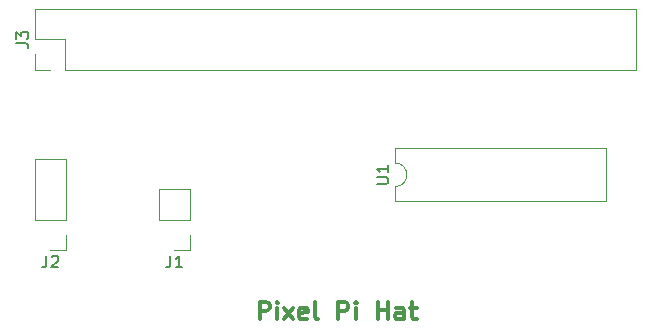
<source format=gbr>
%TF.GenerationSoftware,KiCad,Pcbnew,(5.1.8)-1*%
%TF.CreationDate,2021-09-28T21:47:29+01:00*%
%TF.ProjectId,pixel_pi_hat,70697865-6c5f-4706-995f-6861742e6b69,rev?*%
%TF.SameCoordinates,Original*%
%TF.FileFunction,Legend,Top*%
%TF.FilePolarity,Positive*%
%FSLAX46Y46*%
G04 Gerber Fmt 4.6, Leading zero omitted, Abs format (unit mm)*
G04 Created by KiCad (PCBNEW (5.1.8)-1) date 2021-09-28 21:47:29*
%MOMM*%
%LPD*%
G01*
G04 APERTURE LIST*
%ADD10C,0.300000*%
%ADD11C,0.120000*%
%ADD12C,0.150000*%
G04 APERTURE END LIST*
D10*
X75964285Y-62678571D02*
X75964285Y-61178571D01*
X76535714Y-61178571D01*
X76678571Y-61250000D01*
X76750000Y-61321428D01*
X76821428Y-61464285D01*
X76821428Y-61678571D01*
X76750000Y-61821428D01*
X76678571Y-61892857D01*
X76535714Y-61964285D01*
X75964285Y-61964285D01*
X77464285Y-62678571D02*
X77464285Y-61678571D01*
X77464285Y-61178571D02*
X77392857Y-61250000D01*
X77464285Y-61321428D01*
X77535714Y-61250000D01*
X77464285Y-61178571D01*
X77464285Y-61321428D01*
X78035714Y-62678571D02*
X78821428Y-61678571D01*
X78035714Y-61678571D02*
X78821428Y-62678571D01*
X79964285Y-62607142D02*
X79821428Y-62678571D01*
X79535714Y-62678571D01*
X79392857Y-62607142D01*
X79321428Y-62464285D01*
X79321428Y-61892857D01*
X79392857Y-61750000D01*
X79535714Y-61678571D01*
X79821428Y-61678571D01*
X79964285Y-61750000D01*
X80035714Y-61892857D01*
X80035714Y-62035714D01*
X79321428Y-62178571D01*
X80892857Y-62678571D02*
X80750000Y-62607142D01*
X80678571Y-62464285D01*
X80678571Y-61178571D01*
X82607142Y-62678571D02*
X82607142Y-61178571D01*
X83178571Y-61178571D01*
X83321428Y-61250000D01*
X83392857Y-61321428D01*
X83464285Y-61464285D01*
X83464285Y-61678571D01*
X83392857Y-61821428D01*
X83321428Y-61892857D01*
X83178571Y-61964285D01*
X82607142Y-61964285D01*
X84107142Y-62678571D02*
X84107142Y-61678571D01*
X84107142Y-61178571D02*
X84035714Y-61250000D01*
X84107142Y-61321428D01*
X84178571Y-61250000D01*
X84107142Y-61178571D01*
X84107142Y-61321428D01*
X85964285Y-62678571D02*
X85964285Y-61178571D01*
X85964285Y-61892857D02*
X86821428Y-61892857D01*
X86821428Y-62678571D02*
X86821428Y-61178571D01*
X88178571Y-62678571D02*
X88178571Y-61892857D01*
X88107142Y-61750000D01*
X87964285Y-61678571D01*
X87678571Y-61678571D01*
X87535714Y-61750000D01*
X88178571Y-62607142D02*
X88035714Y-62678571D01*
X87678571Y-62678571D01*
X87535714Y-62607142D01*
X87464285Y-62464285D01*
X87464285Y-62321428D01*
X87535714Y-62178571D01*
X87678571Y-62107142D01*
X88035714Y-62107142D01*
X88178571Y-62035714D01*
X88678571Y-61678571D02*
X89250000Y-61678571D01*
X88892857Y-61178571D02*
X88892857Y-62464285D01*
X88964285Y-62607142D01*
X89107142Y-62678571D01*
X89250000Y-62678571D01*
D11*
%TO.C,U1*%
X87420000Y-51440000D02*
X87420000Y-52690000D01*
X87420000Y-52690000D02*
X105320000Y-52690000D01*
X105320000Y-52690000D02*
X105320000Y-48190000D01*
X105320000Y-48190000D02*
X87420000Y-48190000D01*
X87420000Y-48190000D02*
X87420000Y-49440000D01*
X87420000Y-49440000D02*
G75*
G02*
X87420000Y-51440000I0J-1000000D01*
G01*
%TO.C,J3*%
X107840000Y-41580000D02*
X107840000Y-36380000D01*
X59520000Y-41580000D02*
X107840000Y-41580000D01*
X56920000Y-36380000D02*
X107840000Y-36380000D01*
X59520000Y-41580000D02*
X59520000Y-38980000D01*
X59520000Y-38980000D02*
X56920000Y-38980000D01*
X56920000Y-38980000D02*
X56920000Y-36380000D01*
X58250000Y-41580000D02*
X56920000Y-41580000D01*
X56920000Y-41580000D02*
X56920000Y-40250000D01*
%TO.C,J2*%
X59580000Y-49090000D02*
X56920000Y-49090000D01*
X59580000Y-54230000D02*
X59580000Y-49090000D01*
X56920000Y-54230000D02*
X56920000Y-49090000D01*
X59580000Y-54230000D02*
X56920000Y-54230000D01*
X59580000Y-55500000D02*
X59580000Y-56830000D01*
X59580000Y-56830000D02*
X58250000Y-56830000D01*
%TO.C,J1*%
X70080000Y-51630000D02*
X67420000Y-51630000D01*
X70080000Y-54230000D02*
X70080000Y-51630000D01*
X67420000Y-54230000D02*
X67420000Y-51630000D01*
X70080000Y-54230000D02*
X67420000Y-54230000D01*
X70080000Y-55500000D02*
X70080000Y-56830000D01*
X70080000Y-56830000D02*
X68750000Y-56830000D01*
%TO.C,U1*%
D12*
X85872380Y-51201904D02*
X86681904Y-51201904D01*
X86777142Y-51154285D01*
X86824761Y-51106666D01*
X86872380Y-51011428D01*
X86872380Y-50820952D01*
X86824761Y-50725714D01*
X86777142Y-50678095D01*
X86681904Y-50630476D01*
X85872380Y-50630476D01*
X86872380Y-49630476D02*
X86872380Y-50201904D01*
X86872380Y-49916190D02*
X85872380Y-49916190D01*
X86015238Y-50011428D01*
X86110476Y-50106666D01*
X86158095Y-50201904D01*
%TO.C,J3*%
X55372380Y-39313333D02*
X56086666Y-39313333D01*
X56229523Y-39360952D01*
X56324761Y-39456190D01*
X56372380Y-39599047D01*
X56372380Y-39694285D01*
X55372380Y-38932380D02*
X55372380Y-38313333D01*
X55753333Y-38646666D01*
X55753333Y-38503809D01*
X55800952Y-38408571D01*
X55848571Y-38360952D01*
X55943809Y-38313333D01*
X56181904Y-38313333D01*
X56277142Y-38360952D01*
X56324761Y-38408571D01*
X56372380Y-38503809D01*
X56372380Y-38789523D01*
X56324761Y-38884761D01*
X56277142Y-38932380D01*
%TO.C,J2*%
X57916666Y-57282380D02*
X57916666Y-57996666D01*
X57869047Y-58139523D01*
X57773809Y-58234761D01*
X57630952Y-58282380D01*
X57535714Y-58282380D01*
X58345238Y-57377619D02*
X58392857Y-57330000D01*
X58488095Y-57282380D01*
X58726190Y-57282380D01*
X58821428Y-57330000D01*
X58869047Y-57377619D01*
X58916666Y-57472857D01*
X58916666Y-57568095D01*
X58869047Y-57710952D01*
X58297619Y-58282380D01*
X58916666Y-58282380D01*
%TO.C,J1*%
X68416666Y-57282380D02*
X68416666Y-57996666D01*
X68369047Y-58139523D01*
X68273809Y-58234761D01*
X68130952Y-58282380D01*
X68035714Y-58282380D01*
X69416666Y-58282380D02*
X68845238Y-58282380D01*
X69130952Y-58282380D02*
X69130952Y-57282380D01*
X69035714Y-57425238D01*
X68940476Y-57520476D01*
X68845238Y-57568095D01*
%TD*%
M02*

</source>
